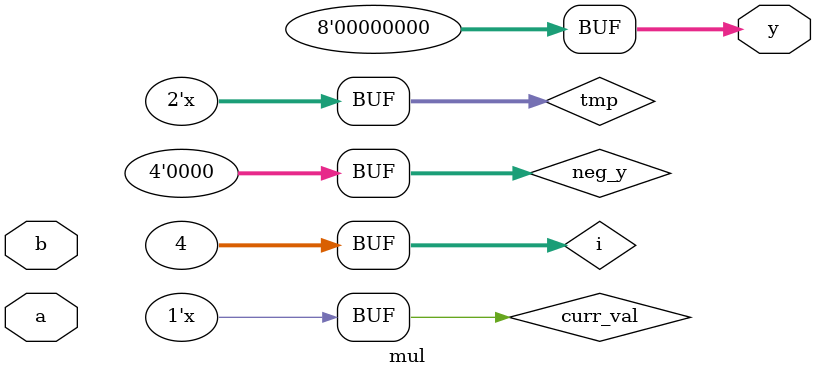
<source format=v>
module mul(a,b,y);
input signed [3:0]a,b;
output reg signed [7:0]y;
reg [1:0]tmp;
integer i;
reg curr_val;
reg [3:0]neg_y;
always @ (*) begin
y=8'd0;
curr_val =1'd0;
for(i=0;i<4;i=i+1) begin
	tmp={x[i],curr_val}; //Concatinate and check condition
	neg_y=-y;
	case(tmp)
		2'b10: y[7:4]=y[7:4] + neg_y;
		2'b01: y[7:4]=y[7:4] + y;
		default:;
	endcase
	y=y>>1; //ASR
	y[7]=y[6]; //preserve sign bit
	curr_val = x[i]; //Store current value 
end
if(b == 4'd8)
	y=-y;
end
endmodule
</source>
